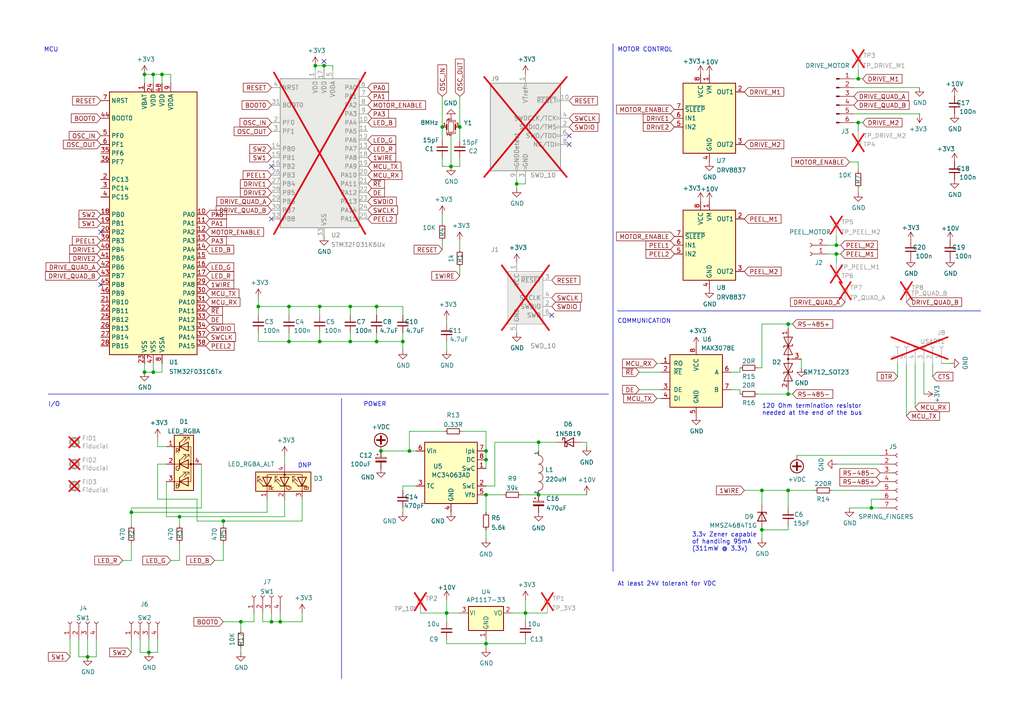
<source format=kicad_sch>
(kicad_sch (version 20231120) (generator "eeschema") (generator_version "8.0")
  (paper "A4")
  (title_block (title "LumenPnP Feeder Control Board") (rev "09") (company "Opulo, Inc."))
  (junction (at 110.49 130.81))
  (junction (at 129.54 177.8))
  (junction (at 41.91 107.95))
  (junction (at 25.4 190.5))
  (junction (at 93.98 19.05))
  (junction (at 83.82 88.9))
  (junction (at 156.21 128.27))
  (junction (at 228.6 114.3))
  (junction (at 220.98 142.24))
  (junction (at 116.84 99.06))
  (junction (at 118.745 130.81))
  (junction (at 78.74 180.34))
  (junction (at 248.92 22.86))
  (junction (at 44.45 107.95))
  (junction (at 128.27 36.83))
  (junction (at 46.99 21.59))
  (junction (at 92.71 88.9))
  (junction (at 133.35 36.83))
  (junction (at 41.91 21.59))
  (junction (at 242.57 71.12))
  (junction (at 140.97 133.35))
  (junction (at 156.21 143.51))
  (junction (at 109.22 88.9))
  (junction (at 64.77 151.13))
  (junction (at 38.1 148.59))
  (junction (at 220.98 153.67))
  (junction (at 109.22 99.06))
  (junction (at 152.4 177.8))
  (junction (at 91.44 19.05))
  (junction (at 101.6 88.9))
  (junction (at 69.85 180.34))
  (junction (at 149.86 53.34))
  (junction (at 74.93 88.9))
  (junction (at 101.6 99.06))
  (junction (at 130.81 48.26))
  (junction (at 242.57 73.66))
  (junction (at 248.92 35.56))
  (junction (at 81.28 180.34))
  (junction (at 228.6 93.98))
  (junction (at 228.6 142.24))
  (junction (at 252.73 147.32))
  (junction (at 43.18 189.23))
  (junction (at 92.71 99.06))
  (junction (at 83.82 99.06))
  (junction (at 140.97 143.51))
  (junction (at 140.97 130.81))
  (junction (at 44.45 21.59))
  (junction (at 52.07 149.86))
  (junction (at 140.97 186.69))
  (no_connect (at 29.21 82.55))
  (no_connect (at 165.1 41.91))
  (no_connect (at 78.74 48.26))
  (no_connect (at 29.21 67.31))
  (no_connect (at 165.1 39.37))
  (no_connect (at 93.98 17.78))
  (no_connect (at 78.74 63.5))
  (no_connect (at 160.02 91.44))
  (bus_entry (at -101.6 55.88) (size 2.54 2.54))
  (wire (pts (xy 247.65 35.56) (xy 248.92 35.56)))
  (wire (pts (xy 38.1 189.23) (xy 38.1 185.42)))
  (wire (pts (xy 220.98 106.68) (xy 220.98 93.98)))
  (wire (pts (xy 49.53 162.56) (xy 52.07 162.56)))
  (wire (pts (xy 41.91 105.41) (xy 41.91 107.95)))
  (wire (pts (xy 128.27 62.23) (xy 128.27 64.77)))
  (wire (pts (xy 248.92 54.61) (xy 248.92 55.88)))
  (wire (pts (xy 44.45 105.41) (xy 44.45 107.95)))
  (wire (pts (xy 129.54 186.69) (xy 129.54 185.42)))
  (wire (pts (xy 228.6 152.4) (xy 228.6 153.67)))
  (wire (pts (xy 101.6 88.9) (xy 101.6 91.44)))
  (wire (pts (xy 129.54 173.99) (xy 129.54 177.8)))
  (wire (pts (xy 140.97 186.69) (xy 129.54 186.69)))
  (wire (pts (xy 87.63 144.78) (xy 87.63 151.13)))
  (wire (pts (xy 149.86 53.34) (xy 149.86 52.07)))
  (wire (pts (xy 212.09 107.95) (xy 214.63 107.95)))
  (wire (pts (xy 83.82 88.9) (xy 83.82 91.44)))
  (wire (pts (xy 140.97 186.69) (xy 140.97 185.42)))
  (wire (pts (xy 74.93 96.52) (xy 74.93 99.06)))
  (wire (pts (xy 44.45 107.95) (xy 41.91 107.95)))
  (wire (pts (xy 242.57 73.66) (xy 243.84 73.66)))
  (wire (pts (xy 232.41 104.14) (xy 232.41 106.68)))
  (wire (pts (xy 220.98 142.24) (xy 220.98 146.05)))
  (wire (pts (xy 69.85 180.34) (xy 69.85 182.88)))
  (wire (pts (xy 38.1 148.59) (xy 38.1 152.4)))
  (wire (pts (xy 133.35 69.85) (xy 133.35 72.39)))
  (wire (pts (xy 133.35 48.26) (xy 130.81 48.26)))
  (wire (pts (xy 35.56 162.56) (xy 38.1 162.56)))
  (wire (pts (xy 133.985 125.095) (xy 140.97 125.095)))
  (wire (pts (xy 27.94 185.42) (xy 27.94 190.5)))
  (wire (pts (xy 212.09 113.03) (xy 214.63 113.03)))
  (wire (pts (xy 128.27 72.39) (xy 128.27 69.85)))
  (wire (pts (xy 92.71 88.9) (xy 83.82 88.9)))
  (wire (pts (xy 91.44 19.05) (xy 91.44 20.32)))
  (wire (pts (xy 57.15 151.13) (xy 64.77 151.13)))
  (wire (pts (xy 45.72 185.42) (xy 45.72 189.23)))
  (wire (pts (xy 76.2 177.8) (xy 76.2 180.34)))
  (wire (pts (xy 228.6 142.24) (xy 236.22 142.24)))
  (wire (pts (xy 219.71 106.68) (xy 220.98 106.68)))
  (wire (pts (xy 130.81 48.26) (xy 128.27 48.26)))
  (wire (pts (xy 140.97 187.96) (xy 140.97 186.69)))
  (wire (pts (xy 101.6 99.06) (xy 109.22 99.06)))
  (wire (pts (xy 273.05 105.41) (xy 275.59 105.41)))
  (wire (pts (xy 152.4 177.8) (xy 158.75 177.8)))
  (wire (pts (xy 77.47 148.59) (xy 38.1 148.59)))
  (wire (pts (xy 242.57 68.58) (xy 242.57 71.12)))
  (wire (pts (xy 64.77 151.13) (xy 64.77 152.4)))
  (wire (pts (xy 152.4 177.8) (xy 152.4 173.99)))
  (wire (pts (xy 27.94 190.5) (xy 25.4 190.5)))
  (wire (pts (xy 83.82 88.9) (xy 74.93 88.9)))
  (wire (pts (xy 118.745 130.81) (xy 120.65 130.81)))
  (wire (pts (xy 228.6 142.24) (xy 228.6 147.32)))
  (wire (pts (xy 156.21 128.27) (xy 161.29 128.27)))
  (wire (pts (xy 48.26 149.86) (xy 52.07 149.86)))
  (wire (pts (xy 74.93 88.9) (xy 74.93 91.44)))
  (wire (pts (xy 242.57 71.12) (xy 243.84 71.12)))
  (wire (pts (xy 241.3 142.24) (xy 255.27 142.24)))
  (wire (pts (xy 149.86 54.61) (xy 149.86 53.34)))
  (wire (pts (xy 214.63 113.03) (xy 214.63 114.3)))
  (wire (pts (xy 143.51 140.97) (xy 143.51 128.27)))
  (wire (pts (xy 248.92 49.53) (xy 248.92 46.99)))
  (wire (pts (xy 156.21 128.27) (xy 156.21 130.81)))
  (wire (pts (xy 82.55 132.08) (xy 82.55 134.62)))
  (wire (pts (xy 220.98 153.67) (xy 220.98 156.21)))
  (wire (pts (xy 120.65 140.97) (xy 116.84 140.97)))
  (wire (pts (xy 116.84 96.52) (xy 116.84 99.06)))
  (wire (pts (xy 116.84 88.9) (xy 109.22 88.9)))
  (wire (pts (xy 252.73 144.78) (xy 255.27 144.78)))
  (wire (pts (xy 190.5 115.57) (xy 191.77 115.57)))
  (wire (pts (xy 81.28 177.8) (xy 81.28 180.34)))
  (wire (pts (xy 22.86 190.5) (xy 25.4 190.5)))
  (wire (pts (xy 220.98 93.98) (xy 228.6 93.98)))
  (wire (pts (xy 45.72 144.78) (xy 57.15 144.78)))
  (wire (pts (xy 43.18 189.23) (xy 45.72 189.23)))
  (wire (pts (xy 140.97 140.97) (xy 143.51 140.97)))
  (wire (pts (xy 156.21 143.51) (xy 170.18 143.51)))
  (wire (pts (xy 252.73 147.32) (xy 255.27 147.32)))
  (wire (pts (xy 116.84 99.06) (xy 116.84 101.6)))
  (wire (pts (xy 133.35 40.64) (xy 133.35 36.83)))
  (wire (pts (xy 152.4 53.34) (xy 152.4 52.07)))
  (wire (pts (xy 262.89 105.41) (xy 262.89 120.65)))
  (wire (pts (xy 45.72 134.62) (xy 48.26 134.62)))
  (wire (pts (xy 40.64 189.23) (xy 43.18 189.23)))
  (wire (pts (xy 248.92 35.56) (xy 250.19 35.56)))
  (wire (pts (xy 52.07 149.86) (xy 52.07 152.4)))
  (wire (pts (xy 25.4 185.42) (xy 25.4 190.5)))
  (wire (pts (xy 140.97 143.51) (xy 146.05 143.51)))
  (wire (pts (xy 267.97 105.41) (xy 267.97 114.3)))
  (wire (pts (xy 57.15 144.78) (xy 57.15 151.13)))
  (wire (pts (xy 228.6 114.3) (xy 229.87 114.3)))
  (wire (pts (xy 38.1 147.32) (xy 58.42 147.32)))
  (wire (pts (xy 64.77 180.34) (xy 69.85 180.34)))
  (wire (pts (xy 46.99 107.95) (xy 44.45 107.95)))
  (wire (pts (xy 49.53 24.13) (xy 49.53 21.59)))
  (wire (pts (xy 93.98 19.05) (xy 93.98 20.32)))
  (wire (pts (xy 118.745 130.81) (xy 118.745 125.095)))
  (wire (pts (xy 109.22 99.06) (xy 116.84 99.06)))
  (wire (pts (xy 109.22 88.9) (xy 109.22 91.44)))
  (wire (pts (xy 228.6 153.67) (xy 220.98 153.67)))
  (wire (pts (xy 69.85 180.34) (xy 73.66 180.34)))
  (wire (pts (xy 128.27 36.83) (xy 128.27 40.64)))
  (wire (pts (xy 46.99 105.41) (xy 46.99 107.95)))
  (polyline (pts (xy 13.97 114.3) (xy 176.53 114.3)))
  (wire (pts (xy 215.9 142.24) (xy 220.98 142.24)))
  (wire (pts (xy 231.14 132.08) (xy 255.27 132.08)))
  (wire (pts (xy 152.4 186.69) (xy 140.97 186.69)))
  (wire (pts (xy 73.66 177.8) (xy 73.66 180.34)))
  (wire (pts (xy 240.03 73.66) (xy 242.57 73.66)))
  (wire (pts (xy 240.03 71.12) (xy 242.57 71.12)))
  (wire (pts (xy 265.43 105.41) (xy 265.43 118.11)))
  (wire (pts (xy 185.42 107.95) (xy 191.77 107.95)))
  (wire (pts (xy 228.6 93.98) (xy 228.6 95.25)))
  (wire (pts (xy 92.71 96.52) (xy 92.71 99.06)))
  (wire (pts (xy 46.99 21.59) (xy 46.99 24.13)))
  (wire (pts (xy 247.65 22.86) (xy 248.92 22.86)))
  (wire (pts (xy 101.6 88.9) (xy 92.71 88.9)))
  (wire (pts (xy 130.81 39.37) (xy 130.81 48.26)))
  (wire (pts (xy 149.86 53.34) (xy 152.4 53.34)))
  (wire (pts (xy 58.42 134.62) (xy 58.42 147.32)))
  (wire (pts (xy 116.84 147.32) (xy 116.84 148.59)))
  (wire (pts (xy 109.22 96.52) (xy 109.22 99.06)))
  (wire (pts (xy 78.74 180.34) (xy 81.28 180.34)))
  (wire (pts (xy 247.65 25.4) (xy 266.7 25.4)))
  (wire (pts (xy 129.54 177.8) (xy 129.54 180.34)))
  (wire (pts (xy 140.97 133.35) (xy 140.97 135.89)))
  (wire (pts (xy 92.71 99.06) (xy 101.6 99.06)))
  (wire (pts (xy 62.23 162.56) (xy 64.77 162.56)))
  (wire (pts (xy 92.71 88.9) (xy 92.71 91.44)))
  (wire (pts (xy 64.77 157.48) (xy 64.77 162.56)))
  (wire (pts (xy 82.55 149.86) (xy 52.07 149.86)))
  (polyline (pts (xy 179.07 90.17) (xy 284.48 90.17)))
  (wire (pts (xy 22.86 185.42) (xy 22.86 190.5)))
  (wire (pts (xy 74.93 99.06) (xy 83.82 99.06)))
  (wire (pts (xy 128.27 27.94) (xy 128.27 36.83)))
  (polyline (pts (xy 99.06 115.57) (xy 99.06 196.85)))
  (wire (pts (xy 52.07 157.48) (xy 52.07 162.56)))
  (wire (pts (xy 140.97 125.095) (xy 140.97 130.81)))
  (wire (pts (xy 87.63 151.13) (xy 64.77 151.13)))
  (wire (pts (xy 143.51 128.27) (xy 156.21 128.27)))
  (wire (pts (xy 48.26 139.7) (xy 48.26 149.86)))
  (wire (pts (xy 82.55 144.78) (xy 82.55 149.86)))
  (wire (pts (xy 242.57 73.66) (xy 242.57 76.2)))
  (wire (pts (xy 44.45 21.59) (xy 44.45 24.13)))
  (wire (pts (xy 87.63 177.8) (xy 87.63 180.34)))
  (wire (pts (xy 76.2 180.34) (xy 78.74 180.34)))
  (wire (pts (xy 219.71 114.3) (xy 228.6 114.3)))
  (wire (pts (xy 248.92 20.32) (xy 248.92 22.86)))
  (wire (pts (xy 96.52 20.32) (xy 96.52 19.05)))
  (wire (pts (xy 220.98 142.24) (xy 228.6 142.24)))
  (wire (pts (xy 40.64 185.42) (xy 40.64 189.23)))
  (wire (pts (xy 83.82 99.06) (xy 92.71 99.06)))
  (wire (pts (xy 41.91 21.59) (xy 41.91 24.13)))
  (wire (pts (xy 152.4 185.42) (xy 152.4 186.69)))
  (wire (pts (xy 170.18 128.27) (xy 170.18 129.54)))
  (wire (pts (xy 247.65 33.02) (xy 266.7 33.02)))
  (wire (pts (xy 45.72 144.78) (xy 45.72 134.62)))
  (wire (pts (xy 252.73 147.32) (xy 252.73 144.78)))
  (wire (pts (xy 129.54 92.71) (xy 129.54 93.98)))
  (wire (pts (xy 69.85 187.96) (xy 69.85 189.23)))
  (wire (pts (xy 128.27 48.26) (xy 128.27 45.72)))
  (wire (pts (xy 46.99 21.59) (xy 44.45 21.59)))
  (wire (pts (xy 133.35 80.01) (xy 133.35 77.47)))
  (wire (pts (xy 121.92 177.8) (xy 129.54 177.8)))
  (wire (pts (xy 140.97 153.67) (xy 140.97 156.21)))
  (wire (pts (xy 140.97 143.51) (xy 140.97 148.59)))
  (wire (pts (xy 49.53 21.59) (xy 46.99 21.59)))
  (wire (pts (xy 81.28 180.34) (xy 87.63 180.34)))
  (wire (pts (xy 168.91 128.27) (xy 170.18 128.27)))
  (wire (pts (xy 20.32 185.42) (xy 20.32 190.5)))
  (wire (pts (xy 214.63 106.68) (xy 214.63 107.95)))
  (wire (pts (xy 228.6 93.98) (xy 229.87 93.98)))
  (wire (pts (xy 152.4 177.8) (xy 152.4 180.34)))
  (wire (pts (xy 248.92 22.86) (xy 250.19 22.86)))
  (wire (pts (xy 78.74 177.8) (xy 78.74 180.34)))
  (wire (pts (xy 74.93 88.9) (xy 74.93 86.36)))
  (wire (pts (xy 151.13 143.51) (xy 156.21 143.51)))
  (wire (pts (xy 77.47 144.78) (xy 77.47 148.59)))
  (wire (pts (xy 43.18 185.42) (xy 43.18 189.23)))
  (wire (pts (xy 270.51 105.41) (xy 270.51 109.22)))
  (wire (pts (xy 190.5 105.41) (xy 191.77 105.41)))
  (wire (pts (xy 129.54 177.8) (xy 133.35 177.8)))
  (wire (pts (xy 91.44 19.05) (xy 93.98 19.05)))
  (wire (pts (xy 116.84 140.97) (xy 116.84 142.24)))
  (wire (pts (xy 93.98 19.05) (xy 96.52 19.05)))
  (wire (pts (xy 129.54 99.06) (xy 129.54 101.6)))
  (wire (pts (xy 38.1 147.32) (xy 38.1 148.59)))
  (wire (pts (xy 44.45 21.59) (xy 41.91 21.59)))
  (wire (pts (xy 45.72 129.54) (xy 45.72 127)))
  (wire (pts (xy 109.22 88.9) (xy 101.6 88.9)))
  (polyline (pts (xy 177.8 165.735) (xy 177.8 12.7)))
  (wire (pts (xy 248.92 35.56) (xy 248.92 38.1)))
  (wire (pts (xy 133.35 48.26) (xy 133.35 45.72)))
  (wire (pts (xy 118.745 125.095) (xy 128.905 125.095)))
  (wire (pts (xy 248.92 46.99) (xy 246.38 46.99)))
  (wire (pts (xy 116.84 91.44) (xy 116.84 88.9)))
  (wire (pts (xy 242.57 134.62) (xy 255.27 134.62)))
  (wire (pts (xy 38.1 157.48) (xy 38.1 162.56)))
  (wire (pts (xy 260.35 105.41) (xy 260.35 109.22)))
  (wire (pts (xy 140.97 130.81) (xy 140.97 133.35)))
  (wire (pts (xy 133.35 36.83) (xy 133.35 27.94)))
  (wire (pts (xy 228.6 113.03) (xy 228.6 114.3)))
  (wire (pts (xy 148.59 177.8) (xy 152.4 177.8)))
  (wire (pts (xy 45.72 129.54) (xy 48.26 129.54)))
  (wire (pts (xy 110.49 130.81) (xy 118.745 130.81)))
  (wire (pts (xy 101.6 96.52) (xy 101.6 99.06)))
  (wire (pts (xy 83.82 96.52) (xy 83.82 99.06)))
  (wire (pts (xy 246.38 147.32) (xy 252.73 147.32)))
  (wire (pts (xy 185.42 113.03) (xy 191.77 113.03)))
  (text "I/O" (at 13.97 118.11 0) (effects (font (size 1.27 1.27)) (justify left bottom)))
  (text "DNP" (at 86.36 135.89 0) (effects (font (size 1.27 1.27)) (justify left bottom)))
  (text "COMMUNICATION" (at 179.07 93.98 0) (effects (font (size 1.27 1.27)) (justify left bottom)))
  (text "MOTOR CONTROL" (at 179.07 15.24 0) (effects (font (size 1.27 1.27)) (justify left bottom)))
  (text "POWER" (at 105.41 118.11 0) (effects (font (size 1.27 1.27)) (justify left bottom)))
  (text "3.3v Zener capable\nof handling 95mA \n(311mW @ 3.3v)" (at 200.66 160.02 0) (effects (font (size 1.27 1.27)) (justify left bottom)))
  (text "At least 24V tolerant for VDC\n" (at 179.07 170.18 0) (effects (font (size 1.27 1.27)) (justify left bottom)))
  (text "MCU" (at 12.7 15.24 0) (effects (font (size 1.27 1.27)) (justify left bottom)))
  (text "120 Ohm termination resistor\nneeded at the end of the bus" (at 220.98 120.65 0) (effects (font (size 1.27 1.27)) (justify left bottom)))
  (global_label "RESET" (shape input) (at 128.27 72.39 180) (property "Intersheetrefs" "${INTERSHEET_REFS}" (effects (hide yes))))
  (global_label "1WIRE" (shape input) (at 215.9 142.24 180) (property "Intersheetrefs" "${INTERSHEET_REFS}" (effects (hide yes))))
  (global_label "SWDIO" (shape input) (at 59.69 95.25 0) (property "Intersheetrefs" "${INTERSHEET_REFS}" (effects (hide yes))))
  (global_label "LED_R" (shape input) (at 35.56 162.56 180) (property "Intersheetrefs" "${INTERSHEET_REFS}" (effects (hide yes))))
  (global_label "LED_G" (shape input) (at 106.68 40.64 0) (property "Intersheetrefs" "${INTERSHEET_REFS}" (effects (hide yes))))
  (global_label "LED_R" (shape input) (at 59.69 80.01 0) (property "Intersheetrefs" "${INTERSHEET_REFS}" (effects (hide yes))))
  (global_label "MOTOR_ENABLE" (shape input) (at 59.69 67.31 0) (property "Intersheetrefs" "${INTERSHEET_REFS}" (effects (hide yes))))
  (global_label "BOOT0" (shape input) (at 64.77 180.34 180) (property "Intersheetrefs" "${INTERSHEET_REFS}" (effects (hide yes))))
  (global_label "SWCLK" (shape input) (at 160.02 86.36 0) (property "Intersheetrefs" "${INTERSHEET_REFS}" (effects (hide yes))))
  (global_label "PEEL_M1" (shape input) (at 243.84 73.66 0) (property "Intersheetrefs" "${INTERSHEET_REFS}" (effects (hide yes))))
  (global_label "OSC_IN" (shape input) (at 29.21 39.37 180) (property "Intersheetrefs" "${INTERSHEET_REFS}" (effects (hide yes))))
  (global_label "LED_R" (shape input) (at 106.68 43.18 0) (property "Intersheetrefs" "${INTERSHEET_REFS}" (effects (hide yes))))
  (global_label "PA1" (shape input) (at 106.68 27.94 0) (property "Intersheetrefs" "${INTERSHEET_REFS}" (effects (hide yes))))
  (global_label "MCU_TX" (shape input) (at 190.5 115.57 180) (property "Intersheetrefs" "${INTERSHEET_REFS}" (effects (hide yes))))
  (global_label "1WIRE" (shape input) (at 106.68 45.72 0) (property "Intersheetrefs" "${INTERSHEET_REFS}" (effects (hide yes))))
  (global_label "DRIVE2" (shape input) (at 29.21 74.93 180) (property "Intersheetrefs" "${INTERSHEET_REFS}" (effects (hide yes))))
  (global_label "RS-485-" (shape input) (at 229.87 114.3 0) (property "Intersheetrefs" "${INTERSHEET_REFS}" (effects (hide yes))))
  (global_label "SWDIO" (shape input) (at 106.68 58.42 0) (property "Intersheetrefs" "${INTERSHEET_REFS}" (effects (hide yes))))
  (global_label "SW1" (shape input) (at 78.74 45.72 180) (property "Intersheetrefs" "${INTERSHEET_REFS}" (effects (hide yes))))
  (global_label "OSC_OUT" (shape input) (at 133.35 27.94 90) (property "Intersheetrefs" "${INTERSHEET_REFS}" (effects (hide yes))))
  (global_label "PA1" (shape input) (at 59.69 64.77 0) (property "Intersheetrefs" "${INTERSHEET_REFS}" (effects (hide yes))))
  (global_label "DRIVE_M2" (shape input) (at 215.9 41.91 0) (property "Intersheetrefs" "${INTERSHEET_REFS}" (effects (hide yes))))
  (global_label "SW1" (shape input) (at 29.21 64.77 180) (property "Intersheetrefs" "${INTERSHEET_REFS}" (effects (hide yes))))
  (global_label "MCU_TX" (shape input) (at 262.89 120.65 0) (property "Intersheetrefs" "${INTERSHEET_REFS}" (effects (hide yes))))
  (global_label "LED_B" (shape input) (at 62.23 162.56 180) (property "Intersheetrefs" "${INTERSHEET_REFS}" (effects (hide yes))))
  (global_label "DRIVE_QUAD_B" (shape input) (at 29.21 80.01 180) (property "Intersheetrefs" "${INTERSHEET_REFS}" (effects (hide yes))))
  (global_label "DRIVE1" (shape input) (at 78.74 53.34 180) (property "Intersheetrefs" "${INTERSHEET_REFS}" (effects (hide yes))))
  (global_label "DTR" (shape input) (at 260.35 109.22 180) (property "Intersheetrefs" "${INTERSHEET_REFS}" (effects (hide yes))))
  (global_label "PEEL1" (shape input) (at 78.74 50.8 180) (property "Intersheetrefs" "${INTERSHEET_REFS}" (effects (hide yes))))
  (global_label "MCU_RX" (shape input) (at 106.68 50.8 0) (property "Intersheetrefs" "${INTERSHEET_REFS}" (effects (hide yes))))
  (global_label "DRIVE_QUAD_A" (shape input) (at 245.11 87.63 180) (property "Intersheetrefs" "${INTERSHEET_REFS}" (effects (hide yes))))
  (global_label "SWDIO" (shape input) (at 160.02 88.9 0) (property "Intersheetrefs" "${INTERSHEET_REFS}" (effects (hide yes))))
  (global_label "PEEL1" (shape input) (at 29.21 69.85 180) (property "Intersheetrefs" "${INTERSHEET_REFS}" (effects (hide yes))))
  (global_label "SW2" (shape input) (at 78.74 43.18 180) (property "Intersheetrefs" "${INTERSHEET_REFS}" (effects (hide yes))))
  (global_label "DRIVE_M2" (shape input) (at 250.19 35.56 0) (property "Intersheetrefs" "${INTERSHEET_REFS}" (effects (hide yes))))
  (global_label "DE" (shape input) (at 106.68 55.88 0) (property "Intersheetrefs" "${INTERSHEET_REFS}" (effects (hide yes))))
  (global_label "LED_B" (shape input) (at 59.69 72.39 0) (property "Intersheetrefs" "${INTERSHEET_REFS}" (effects (hide yes))))
  (global_label "DRIVE_QUAD_A" (shape input) (at 78.74 58.42 180) (property "Intersheetrefs" "${INTERSHEET_REFS}" (effects (hide yes))))
  (global_label "BOOT0" (shape input) (at 78.74 30.48 180) (property "Intersheetrefs" "${INTERSHEET_REFS}" (effects (hide yes))))
  (global_label "MCU_RX" (shape input) (at 265.43 118.11 0) (property "Intersheetrefs" "${INTERSHEET_REFS}" (effects (hide yes))))
  (global_label "MCU_RX" (shape input) (at 59.69 87.63 0) (property "Intersheetrefs" "${INTERSHEET_REFS}" (effects (hide yes))))
  (global_label "DRIVE_QUAD_B" (shape input) (at 262.89 87.63 0) (property "Intersheetrefs" "${INTERSHEET_REFS}" (effects (hide yes))))
  (global_label "MCU_TX" (shape input) (at 106.68 48.26 0) (property "Intersheetrefs" "${INTERSHEET_REFS}" (effects (hide yes))))
  (global_label "PA0" (shape input) (at 59.69 62.23 0) (property "Intersheetrefs" "${INTERSHEET_REFS}" (effects (hide yes))))
  (global_label "DRIVE1" (shape input) (at 29.21 72.39 180) (property "Intersheetrefs" "${INTERSHEET_REFS}" (effects (hide yes))))
  (global_label "CTS" (shape input) (at 270.51 109.22 0) (property "Intersheetrefs" "${INTERSHEET_REFS}" (effects (hide yes))))
  (global_label "~{RE}" (shape input) (at 59.69 90.17 0) (property "Intersheetrefs" "${INTERSHEET_REFS}" (effects (hide yes))))
  (global_label "SWDIO" (shape input) (at 165.1 36.83 0) (property "Intersheetrefs" "${INTERSHEET_REFS}" (effects (hide yes))))
  (global_label "1WIRE" (shape input) (at 133.35 80.01 180) (property "Intersheetrefs" "${INTERSHEET_REFS}" (effects (hide yes))))
  (global_label "PA0" (shape input) (at 106.68 25.4 0) (property "Intersheetrefs" "${INTERSHEET_REFS}" (effects (hide yes))))
  (global_label "OSC_IN" (shape input) (at 128.27 27.94 90) (property "Intersheetrefs" "${INTERSHEET_REFS}" (effects (hide yes))))
  (global_label "LED_G" (shape input) (at 49.53 162.56 180) (property "Intersheetrefs" "${INTERSHEET_REFS}" (effects (hide yes))))
  (global_label "DRIVE_QUAD_B" (shape input) (at 78.74 60.96 180) (property "Intersheetrefs" "${INTERSHEET_REFS}" (effects (hide yes))))
  (global_label "OSC_OUT" (shape input) (at 29.21 41.91 180) (property "Intersheetrefs" "${INTERSHEET_REFS}" (effects (hide yes))))
  (global_label "DRIVE_M1" (shape input) (at 250.19 22.86 0) (property "Intersheetrefs" "${INTERSHEET_REFS}" (effects (hide yes))))
  (global_label "MCU_RX" (shape input) (at 190.5 105.41 180) (property "Intersheetrefs" "${INTERSHEET_REFS}" (effects (hide yes))))
  (global_label "BOOT0" (shape input) (at 29.21 34.29 180) (property "Intersheetrefs" "${INTERSHEET_REFS}" (effects (hide yes))))
  (global_label "RESET" (shape input) (at 160.02 81.28 0) (property "Intersheetrefs" "${INTERSHEET_REFS}" (effects (hide yes))))
  (global_label "SWCLK" (shape input) (at 106.68 60.96 0) (property "Intersheetrefs" "${INTERSHEET_REFS}" (effects (hide yes))))
  (global_label "MOTOR_ENABLE" (shape input) (at 195.58 31.75 180) (property "Intersheetrefs" "${INTERSHEET_REFS}" (effects (hide yes))))
  (global_label "RESET" (shape input) (at 165.1 29.21 0) (property "Intersheetrefs" "${INTERSHEET_REFS}" (effects (hide yes))))
  (global_label "DRIVE_M1" (shape input) (at 215.9 26.67 0) (property "Intersheetrefs" "${INTERSHEET_REFS}" (effects (hide yes))))
  (global_label "~{RE}" (shape input) (at 185.42 107.95 180) (property "Intersheetrefs" "${INTERSHEET_REFS}" (effects (hide yes))))
  (global_label "PA3" (shape input) (at 59.69 69.85 0) (property "Intersheetrefs" "${INTERSHEET_REFS}" (effects (hide yes))))
  (global_label "PEEL_M2" (shape input) (at 215.9 78.74 0) (property "Intersheetrefs" "${INTERSHEET_REFS}" (effects (hide yes))))
  (global_label "DRIVE_QUAD_B" (shape input) (at 247.65 30.48 0) (property "Intersheetrefs" "${INTERSHEET_REFS}" (effects (hide yes))))
  (global_label "SW2" (shape input) (at 38.1 189.23 180) (property "Intersheetrefs" "${INTERSHEET_REFS}" (effects (hide yes))))
  (global_label "LED_G" (shape input) (at 59.69 77.47 0) (property "Intersheetrefs" "${INTERSHEET_REFS}" (effects (hide yes))))
  (global_label "PEEL1" (shape input) (at 195.58 71.12 180) (property "Intersheetrefs" "${INTERSHEET_REFS}" (effects (hide yes))))
  (global_label "DRIVE2" (shape input) (at 195.58 36.83 180) (property "Intersheetrefs" "${INTERSHEET_REFS}" (effects (hide yes))))
  (global_label "SWCLK" (shape input) (at 59.69 97.79 0) (property "Intersheetrefs" "${INTERSHEET_REFS}" (effects (hide yes))))
  (global_label "PEEL2" (shape input) (at 106.68 63.5 0) (property "Intersheetrefs" "${INTERSHEET_REFS}" (effects (hide yes))))
  (global_label "DRIVE_QUAD_A" (shape input) (at 247.65 27.94 0) (property "Intersheetrefs" "${INTERSHEET_REFS}" (effects (hide yes))))
  (global_label "SW2" (shape input) (at 29.21 62.23 180) (property "Intersheetrefs" "${INTERSHEET_REFS}" (effects (hide yes))))
  (global_label "PA3" (shape input) (at 106.68 33.02 0) (property "Intersheetrefs" "${INTERSHEET_REFS}" (effects (hide yes))))
  (global_label "1WIRE" (shape input) (at 59.69 82.55 0) (property "Intersheetrefs" "${INTERSHEET_REFS}" (effects (hide yes))))
  (global_label "DRIVE2" (shape input) (at 78.74 55.88 180) (property "Intersheetrefs" "${INTERSHEET_REFS}" (effects (hide yes))))
  (global_label "SW1" (shape input) (at 20.32 190.5 180) (property "Intersheetrefs" "${INTERSHEET_REFS}" (effects (hide yes))))
  (global_label "DRIVE1" (shape input) (at 195.58 34.29 180) (property "Intersheetrefs" "${INTERSHEET_REFS}" (effects (hide yes))))
  (global_label "OSC_OUT" (shape input) (at 78.74 38.1 180) (property "Intersheetrefs" "${INTERSHEET_REFS}" (effects (hide yes))))
  (global_label "PEEL2" (shape input) (at 195.58 73.66 180) (property "Intersheetrefs" "${INTERSHEET_REFS}" (effects (hide yes))))
  (global_label "LED_B" (shape input) (at 106.68 35.56 0) (property "Intersheetrefs" "${INTERSHEET_REFS}" (effects (hide yes))))
  (global_label "OSC_IN" (shape input) (at 78.74 35.56 180) (property "Intersheetrefs" "${INTERSHEET_REFS}" (effects (hide yes))))
  (global_label "DRIVE_QUAD_A" (shape input) (at 29.21 77.47 180) (property "Intersheetrefs" "${INTERSHEET_REFS}" (effects (hide yes))))
  (global_label "SWCLK" (shape input) (at 165.1 34.29 0) (property "Intersheetrefs" "${INTERSHEET_REFS}" (effects (hide yes))))
  (global_label "RESET" (shape input) (at 78.74 25.4 180) (property "Intersheetrefs" "${INTERSHEET_REFS}" (effects (hide yes))))
  (global_label "DE" (shape input) (at 185.42 113.03 180) (property "Intersheetrefs" "${INTERSHEET_REFS}" (effects (hide yes))))
  (global_label "MOTOR_ENABLE" (shape input) (at 246.38 46.99 180) (property "Intersheetrefs" "${INTERSHEET_REFS}" (effects (hide yes))))
  (global_label "RS-485+" (shape input) (at 255.27 139.7 180) (property "Intersheetrefs" "${INTERSHEET_REFS}" (effects (hide yes))))
  (global_label "RS-485+" (shape input) (at 229.87 93.98 0) (property "Intersheetrefs" "${INTERSHEET_REFS}" (effects (hide yes))))
  (global_label "RS-485-" (shape input) (at 255.27 137.16 180) (property "Intersheetrefs" "${INTERSHEET_REFS}" (effects (hide yes))))
  (global_label "MCU_TX" (shape input) (at 59.69 85.09 0) (property "Intersheetrefs" "${INTERSHEET_REFS}" (effects (hide yes))))
  (global_label "PEEL_M1" (shape input) (at 215.9 63.5 0) (property "Intersheetrefs" "${INTERSHEET_REFS}" (effects (hide yes))))
  (global_label "~{RE}" (shape input) (at 106.68 53.34 0) (property "Intersheetrefs" "${INTERSHEET_REFS}" (effects (hide yes))))
  (global_label "PEEL2" (shape input) (at 59.69 100.33 0) (property "Intersheetrefs" "${INTERSHEET_REFS}" (effects (hide yes))))
  (global_label "MOTOR_ENABLE" (shape input) (at 106.68 30.48 0) (property "Intersheetrefs" "${INTERSHEET_REFS}" (effects (hide yes))))
  (global_label "MOTOR_ENABLE" (shape input) (at 195.58 68.58 180) (property "Intersheetrefs" "${INTERSHEET_REFS}" (effects (hide yes))))
  (global_label "PEEL_M2" (shape input) (at 243.84 71.12 0) (property "Intersheetrefs" "${INTERSHEET_REFS}" (effects (hide yes))))
  (global_label "DE" (shape input) (at 59.69 92.71 0) (property "Intersheetrefs" "${INTERSHEET_REFS}" (effects (hide yes))))
  (global_label "RESET" (shape input) (at 29.21 29.21 180) (property "Intersheetrefs" "${INTERSHEET_REFS}" (effects (hide yes))))
  (symbol (lib_id "Device:R_Small") (at 52.07 154.94 180) (unit 1)
    (property "Reference" "R3" (at 52.07 154.94 90))
    (property "Value" "470" (at 49.53 154.94 90))
    (property "Footprint" "Resistor_SMD:R_0805_2012Metric" (effects (hide yes)))
    (property "Description" "470 1/8w ±5%" (effects (hide yes)))
    (property "LCSC" "C119076" (effects (hide yes)))
    (property "DigiKey" "311-470ARCT-ND" (effects (hide yes)))
    (property "Mouser" "603-RC0805JR-07470RL" (effects (hide yes)))
  )
  (symbol (lib_id "power:GND") (at 43.18 189.23 0) (unit 1)
    (property "Reference" "#PWR019" (effects (hide yes)))
    (property "Value" "GND" (at 43.307 193.6242 0))
  )
  (symbol (lib_id "power:GND") (at 149.86 96.52 0) (unit 1)
    (property "Reference" "#PWR04" (effects (hide yes)))
    (property "Value" "GND" (at 149.987 100.9142 0))
  )
  (symbol (lib_id "power:+3V3") (at 149.86 76.2 0) (unit 1)
    (property "Reference" "#PWR05" (effects (hide yes)))
    (property "Value" "+3V3" (at 150.241 71.8058 0))
  )
  (symbol (lib_id "Device:C_Small") (at 128.27 43.18 0) (unit 1)
    (property "Reference" "C1" (at 123.19 43.18 0) (effects (justify left)))
    (property "Value" "15pF" (at 122.555 40.64 0) (effects (justify left)))
    (property "Footprint" "Capacitor_SMD:C_0805_2012Metric" (effects (hide yes)))
    (property "Description" "15pF C0G ±1%" (effects (hide yes)))
    (property "LCSC" "C527077" (effects (hide yes)))
    (property "DigiKey" "311-4165-1-ND" (effects (hide yes)))
    (property "Mouser" "603-CC805FRNPO9BN150" (effects (hide yes)))
    (property "Notes" "WARNING: old LCSC C476766 is 100nf cap" (effects (hide yes)))
  )
  (symbol (lib_id "Device:C_Small") (at 133.35 43.18 0) (unit 1)
    (property "Reference" "C2" (at 135.89 43.815 0) (effects (justify left)))
    (property "Value" "15pF" (at 133.985 41.275 0) (effects (justify left)))
    (property "Footprint" "Capacitor_SMD:C_0805_2012Metric" (effects (hide yes)))
    (property "Description" "15pF C0G ±1%" (effects (hide yes)))
    (property "LCSC" "C527077" (effects (hide yes)))
    (property "DigiKey" "311-4165-1-ND" (effects (hide yes)))
    (property "Mouser" "603-CC805FRNPO9BN150" (effects (hide yes)))
    (property "Notes" "WARNING: old LCSC C476766 is 100nf cap" (effects (hide yes)))
  )
  (symbol (lib_id "power:GND") (at 130.81 48.26 0) (unit 1)
    (property "Reference" "#PWR09" (effects (hide yes)))
    (property "Value" "GND" (at 130.937 52.6542 0))
  )
  (symbol (lib_id "Connector:Conn_ARM_SWD_TagConnect_TC2030") (at 152.4 86.36 0) (unit 1) (in_bom no) (dnp yes)
    (property "Reference" "J1" (at 144.78 72.39 0) (effects (justify right)))
    (property "Value" "SWD_10" (at 161.29 100.33 0) (effects (justify right)))
    (property "Footprint" "Connector:Tag-Connect_TC2030-IDC-FP_2x03_P1.27mm_Vertical" (effects (hide yes)))
    (property "Datasheet" "https://www.tag-connect.com/wp-content/uploads/bsk-pdf-manager/TC2030-CTX_1.pdf" (effects (hide yes)))
    (property "Description" "Tag-Connect ARM Cortex SWD JTAG connector, 6 pin" (effects (hide yes)))
    (property "Notes" "WARNING: Is there room in the model for this" (effects (hide yes)))
  )
  (symbol (lib_id "Device:R_Small") (at 38.1 154.94 180) (unit 1)
    (property "Reference" "R2" (at 38.1 154.94 90))
    (property "Value" "470" (at 35.56 154.94 90))
    (property "Footprint" "Resistor_SMD:R_0805_2012Metric" (effects (hide yes)))
    (property "Description" "470 1/8w ±5%" (effects (hide yes)))
    (property "LCSC" "C119076" (effects (hide yes)))
    (property "DigiKey" "311-470ARCT-ND" (effects (hide yes)))
    (property "Mouser" "603-RC0805JR-07470RL" (effects (hide yes)))
  )
  (symbol (lib_id "power:+3V3") (at 45.72 127 0) (unit 1)
    (property "Reference" "#PWR06" (effects (hide yes)))
    (property "Value" "+3V3" (at 46.101 122.6058 0))
  )
  (symbol (lib_id "Device:Crystal_GND24_Small") (at 130.81 36.83 0) (unit 1)
    (property "Reference" "Y1" (at 134.4676 35.6616 0) (effects (justify left)))
    (property "Value" "8MHz" (at 121.92 35.56 0) (effects (justify left)))
    (property "Footprint" "Crystal:Crystal_SMD_3225-4Pin_3.2x2.5mm_HandSoldering" (effects (hide yes)))
    (property "Description" "8MHz Crystal" (effects (hide yes)))
    (property "LCSC" "C5308002" (effects (hide yes)))
    (property "DigiKey" "50-ECS-80-18-33Q-CES-TRCT-ND" (effects (hide yes)))
    (property "Mouser" "520-80-18-33Q-CES-TR" (effects (hide yes)))
  )
  (symbol (lib_id "Mechanical:Fiducial") (at 21.59 128.27 0) (unit 1) (dnp yes)
    (property "Reference" "FID1" (at 23.749 127.1016 0) (effects (justify left)))
    (property "Value" "Fiducial" (at 23.749 129.413 0) (effects (justify left)))
    (property "Footprint" "Fiducial:Fiducial_1mm_Mask2mm" (effects (hide yes)))
  )
  (symbol (lib_id "Mechanical:Fiducial") (at 21.59 134.62 0) (unit 1) (dnp yes)
    (property "Reference" "FID2" (at 23.749 133.4516 0) (effects (justify left)))
    (property "Value" "Fiducial" (at 23.749 135.763 0) (effects (justify left)))
    (property "Footprint" "Fiducial:Fiducial_1mm_Mask2mm" (effects (hide yes)))
  )
  (symbol (lib_id "Mechanical:Fiducial") (at 21.59 140.97 0) (unit 1) (dnp yes)
    (property "Reference" "FID3" (at 23.749 139.8016 0) (effects (justify left)))
    (property "Value" "Fiducial" (at 23.749 142.113 0) (effects (justify left)))
    (property "Footprint" "Fiducial:Fiducial_1mm_Mask2mm" (effects (hide yes)))
  )
  (symbol (lib_id "Device:R_Small") (at 64.77 154.94 180) (unit 1)
    (property "Reference" "R5" (at 64.77 154.94 90))
    (property "Value" "470" (at 62.23 154.94 90))
    (property "Footprint" "Resistor_SMD:R_0805_2012Metric" (effects (hide yes)))
    (property "Description" "470 1/8w ±5%" (effects (hide yes)))
    (property "LCSC" "C119076" (effects (hide yes)))
    (property "DigiKey" "311-470ARCT-ND" (effects (hide yes)))
    (property "Mouser" "603-RC0805JR-07470RL" (effects (hide yes)))
  )
  (symbol (lib_id "power:GND") (at 130.81 34.29 180) (unit 1)
    (property "Reference" "#PWR0124" (effects (hide yes)))
    (property "Value" "GND" (at 130.683 29.8958 0))
  )
  (symbol (lib_id "Regulator_Linear:AP1117-33") (at 140.97 177.8 0) (unit 1)
    (property "Reference" "U4" (at 140.97 171.6532 0))
    (property "Value" "AP1117-33" (at 140.97 173.9646 0))
    (property "Footprint" "Package_TO_SOT_SMD:SOT-223-3_TabPin2" (effects (hide yes)))
    (property "Datasheet" "http://www.diodes.com/datasheets/AP1117.pdf" (effects (hide yes)))
    (property "Description" "3.3V@1A LDO" (effects (hide yes)))
    (property "LCSC" "C5250992" (effects (hide yes)))
    (property "DigiKey" "AZ1117CH-3.3TRG1DICT-ND" (effects (hide yes)))
    (property "Mouser" "621-AZ1117CH-3.3TRG1" (effects (hide yes)))
  )
  (symbol (lib_id "Device:R_Small") (at 133.35 74.93 180) (unit 1)
    (property "Reference" "R1" (at 133.35 74.93 90))
    (property "Value" "1k" (at 130.81 74.93 90))
    (property "Footprint" "Resistor_SMD:R_0805_2012Metric" (effects (hide yes)))
    (property "Description" "1k 1/8w ±5%" (effects (hide yes)))
    (property "LCSC" "C17513" (effects (hide yes)))
    (property "DigiKey" "YAG1240CT-ND" (effects (hide yes)))
    (property "Mouser" "603-RT0805FRE071KL" (effects (hide yes)))
  )
  (symbol (lib_id "power:GND") (at 140.97 156.21 0) (unit 1)
    (property "Reference" "#PWR0117" (effects (hide yes)))
    (property "Value" "GND" (at 140.97 160.7725 0))
  )
  (symbol (lib_id "Diode:SM712_SOT23") (at 228.6 104.14 90) (mirror x) (unit 1)
    (property "Reference" "D2" (at 226.5934 105.0485 90) (effects (justify left)))
    (property "Value" "SM712_SOT23" (at 246.38 107.95 90) (effects (justify left)))
    (property "Footprint" "Package_TO_SOT_SMD:SOT-23" (effects (hide yes)))
    (property "Datasheet" "https://www.littelfuse.com/~/media/electronics/datasheets/tvs_diode_arrays/littelfuse_tvs_diode_array_sm712_datasheet.pdf.pdf" (effects (hide yes)))
    (property "Description" "ESD/TVS Diode" (effects (hide yes)))
    (property "LCSC" "C521963" (effects (hide yes)))
    (property "DigiKey" "F6450CT-ND" (effects (hide yes)))
    (property "Mouser" "576-SM712-02HTG" (effects (hide yes)))
    (property "Notes" "WARNING: old LCSC Part # didn't exist" (effects (hide yes)))
  )
  (symbol (lib_id "power:GND") (at 220.98 156.21 0) (unit 1)
    (property "Reference" "#PWR0139" (effects (hide yes)))
    (property "Value" "GND" (at 221.107 160.6042 0))
  )
  (symbol (lib_id "Device:R_Small") (at 217.17 106.68 90) (unit 1)
    (property "Reference" "R15" (at 217.17 109.22 90))
    (property "Value" "20R" (at 217.17 104.752 90))
    (property "Footprint" "Resistor_SMD:R_0805_2012Metric" (effects (hide yes)))
    (property "Description" "20 1/8w ±5%" (effects (hide yes)))
    (property "DigiKey" "311-20.0CRCT-ND" (effects (hide yes)))
    (property "LCSC" "C17544" (effects (hide yes)))
    (property "Mouser" "603-RC0805FR-0720RL" (effects (hide yes)))
  )
  (symbol (lib_id "power:GND") (at 93.98 68.58 0) (unit 1)
    (property "Reference" "#PWR0132" (effects (hide yes)))
    (property "Value" "GND" (at 94.107 72.9742 0))
  )
  (symbol (lib_id "power:GND") (at 116.84 148.59 0) (unit 1)
    (property "Reference" "#PWR0101" (effects (hide yes)))
    (property "Value" "GND" (at 113.03 151.13 0))
  )
  (symbol (lib_id "power:+10V") (at 205.74 21.59 0) (unit 1)
    (property "Reference" "#PWR0104" (effects (hide yes)))
    (property "Value" "+10V" (at 205.74 17.9855 0))
  )
  (symbol (lib_id "Connector:TestPoint") (at 262.89 87.63 0) (unit 1) (dnp yes)
    (property "Reference" "TP8" (at 264.287 83.4195 0) (effects (justify left)))
    (property "Value" "TP_QUAD_B" (at 264.16 85.09 0) (effects (justify left)))
    (property "Footprint" "TestPoint:TestPoint_Pad_D2.0mm" (effects (hide yes)))
  )
  (symbol (lib_id "Interface_UART:MAX3078E") (at 201.93 110.49 0) (unit 1)
    (property "Reference" "U6" (at 205.105 98.425 0))
    (property "Value" "MAX3078E" (at 208.28 100.965 0))
    (property "Footprint" "Package_SO:SOIC-8_3.9x4.9mm_P1.27mm" (effects (hide yes)))
    (property "Datasheet" "https://datasheets.maximintegrated.com/en/ds/MAX3070E-MAX3079E.pdf" (effects (hide yes)))
    (property "Description" "RS485 Transceiver" (effects (hide yes)))
    (property "LCSC" "C336020" (effects (hide yes)))
    (property "DigiKey" "MAX3078EESA+TCT-ND" (effects (hide yes)))
    (property "Mouser" "700-MAX3077EESAT" (effects (hide yes)))
  )
  (symbol (lib_id "Connector:Conn_ARM_JTAG_SWD_10") (at 152.4 36.83 0) (unit 1) (in_bom no) (dnp yes)
    (property "Reference" "J9" (at 144.78 22.86 0) (effects (justify right)))
    (property "Value" "SWD_10" (at 161.29 50.8 0) (effects (justify right)))
    (property "Footprint" "Connector_PinHeader_1.27mm:PinHeader_2x05_P1.27mm_Vertical_SMD" (effects (hide yes)))
    (property "Datasheet" "http://infocenter.arm.com/help/topic/com.arm.doc.ddi0314h/DDI0314H_coresight_components_trm.pdf" (effects (hide yes)))
    (property "Description" "2x5p 1.27mm Pogo" (effects (hide yes)))
    (property "Notes" "Adafruit 5434 compatible" (effects (hide yes)))
    (property "DigiKey" "1528-5434-ND" (effects (hide yes)))
    (property "Mouser" "485-5434" (effects (hide yes)))
  )
  (symbol (lib_id "power:+3V3") (at 133.35 69.85 0) (unit 1)
    (property "Reference" "#PWR0119" (effects (hide yes)))
    (property "Value" "+3V3" (at 133.731 65.4558 0))
  )
  (symbol (lib_id "Connector:Conn_01x04_Female") (at 76.2 172.72 90) (unit 1)
    (property "Reference" "J7" (at 77.47 168.8043 90))
    (property "Value" "SW1" (at 77.47 171.5794 90))
    (property "Footprint" "feeder:1TS003B-1400-3500A-CT" (effects (hide yes)))
    (property "Description" "SPST Right-Angle Tactile Switch" (effects (hide yes)))
    (property "LCSC" "C319392" (effects (hide yes)))
  )
  (symbol (lib_id "Device:C_Small") (at 109.22 93.98 180) (unit 1)
    (property "Reference" "C8" (at 113.665 93.345 0) (effects (justify left)))
    (property "Value" "4.7uF" (at 115.57 95.885 0) (effects (justify left)))
    (property "Footprint" "Capacitor_SMD:C_0805_2012Metric" (effects (hide yes)))
    (property "LCSC" "C1779" (effects (hide yes)))
    (property "Notes" "WARNING: old LCSC C476766  is 100nf cap" (effects (hide yes)))
    (property "DigiKey" "1276-1248-1-ND" (effects (hide yes)))
    (property "Mouser" "187-CL21A475KBQNNNE" (effects (hide yes)))
  )
  (symbol (lib_id "power:+3V3") (at 128.27 62.23 0) (unit 1)
    (property "Reference" "#PWR0147" (effects (hide yes)))
    (property "Value" "+3V3" (at 128.651 57.8358 0))
  )
  (symbol (lib_id "Device:D_Zener") (at 220.98 149.86 270) (unit 1)
    (property "Reference" "D9" (at 215.9 149.86 90) (effects (justify left)))
    (property "Value" "MMSZ4684T1G" (at 205.74 152.4 90) (effects (justify left)))
    (property "Footprint" "Diode_SMD:D_SOD-123" (effects (hide yes)))
    (property "Description" "3.3V 500mw Zener Diode" (effects (hide yes)))
    (property "DigiKey" "MMSZ4684T1GOSCT-ND" (effects (hide yes)))
    (property "LCSC" "C24672" (effects (hide yes)))
    (property "Mouser" "863-MMSZ4684T1G" (effects (hide yes)))
  )
  (symbol (lib_id "Connector:TestPoint") (at 245.11 87.63 0) (unit 1) (dnp yes)
    (property "Reference" "TP7" (at 246.507 83.4195 0) (effects (justify left)))
    (property "Value" "TP_QUAD_A" (at 246.38 86.36 0) (effects (justify left)))
    (property "Footprint" "TestPoint:TestPoint_Pad_D2.0mm" (effects (hide yes)))
  )
  (symbol (lib_id "Device:C_Small") (at 92.71 93.98 180) (unit 1)
    (property "Reference" "C5" (at 97.155 93.345 0) (effects (justify left)))
    (property "Value" "100n" (at 99.06 95.885 0) (effects (justify left)))
    (property "Footprint" "Capacitor_SMD:C_0805_2012Metric" (effects (hide yes)))
    (property "Description" "100nF X7R ±10%" (effects (hide yes)))
    (property "LCSC" "C476766" (effects (hide yes)))
    (property "DigiKey" "CL21B104KBCNNNL-ND" (effects (hide yes)))
    (property "Mouser" "187-CL21B104KBCNNNL" (effects (hide yes)))
    (property "Notes" "LCSCAlt: C913936" (effects (hide yes)))
  )
  (symbol (lib_id "MCU_ST_STM32F0:STM32F031K6Ux") (at 93.98 43.18 0) (unit 1) (in_bom no) (dnp yes)
    (property "Reference" "U2" (at 95.9994 68.1895 0) (effects (justify left)))
    (property "Value" "STM32F031K6Ux" (at 95.9994 70.9646 0) (effects (justify left)))
    (property "Footprint" "Package_DFN_QFN:QFN-32-1EP_5x5mm_P0.5mm_EP3.45x3.45mm" (effects (hide yes)))
    (property "Datasheet" "http://www.st.com/st-web-ui/static/active/en/resource/technical/document/datasheet/DM00104043.pdf" (effects (hide yes)))
  )
  (symbol (lib_id "power:GND") (at 25.4 190.5 0) (unit 1)
    (property "Reference" "#PWR0112" (effects (hide yes)))
    (property "Value" "GND" (at 25.527 194.8942 0))
  )
  (symbol (lib_id "Device:C_Small") (at 275.59 72.39 180) (unit 1)
    (property "Reference" "C19" (at 280.035 71.755 0) (effects (justify left)))
    (property "Value" "100n" (at 281.94 74.295 0) (effects (justify left)))
    (property "Footprint" "Capacitor_SMD:C_0805_2012Metric" (effects (hide yes)))
    (property "Description" "100nF X7R ±10%" (effects (hide yes)))
    (property "LCSC" "C476766" (effects (hide yes)))
    (property "DigiKey" "CL21B104KBCNNNL-ND" (effects (hide yes)))
    (property "Mouser" "187-CL21B104KBCNNNL" (effects (hide yes)))
    (property "Notes" "LCSCAlt: C913936" (effects (hide yes)))
  )
  (symbol (lib_id "Driver_Motor:DRV8837") (at 205.74 71.12 0) (unit 1)
    (property "Reference" "U8" (at 207.7594 83.4295 0) (effects (justify left)))
    (property "Value" "DRV8837" (at 207.7594 86.2046 0) (effects (justify left)))
    (property "Footprint" "Package_SON:WSON-8-1EP_2x2mm_P0.5mm_EP0.9x1.6mm" (effects (hide yes)))
    (property "Datasheet" "http://www.ti.com/lit/ds/symlink/drv8837.pdf" (effects (hide yes)))
    (property "Description" "1.8A Brushed Motor Driver" (effects (hide yes)))
    (property "DigiKey" "296-34806-1-ND" (effects (hide yes)))
    (property "LCSC" "C39159" (effects (hide yes)))
    (property "Mouser" "595-DRV8837DSGR" (effects (hide yes)))
  )
  (symbol (lib_id "Connector:TestPoint") (at 242.57 68.58 0) (unit 1) (dnp yes)
    (property "Reference" "TP5" (at 243.967 64.3695 0) (effects (justify left)))
    (property "Value" "TP_PEEL_M2" (at 243.84 67.31 0) (effects (justify left)))
    (property "Footprint" "TestPoint:TestPoint_Pad_D2.0mm" (effects (hide yes)))
  )
  (symbol (lib_id "power:+3V3") (at 152.4 21.59 0) (unit 1)
    (property "Reference" "#PWR0149" (effects (hide yes)))
    (property "Value" "+3V3" (at 152.781 17.1958 0))
  )
  (symbol (lib_id "power:GND") (at 246.38 147.32 0) (unit 1)
    (property "Reference" "#PWR0133" (effects (hide yes)))
    (property "Value" "GND" (at 246.507 151.7142 0))
  )
  (symbol (lib_id "power:GND") (at 156.21 148.59 0) (unit 1)
    (property "Reference" "#PWR0118" (effects (hide yes)))
    (property "Value" "GND" (at 156.21 153.1525 0))
  )
  (symbol (lib_id "Device:C_Small") (at 264.16 72.39 180) (unit 1)
    (property "Reference" "C20" (at 268.605 71.755 0) (effects (justify left)))
    (property "Value" "100n" (at 270.51 74.295 0) (effects (justify left)))
    (property "Footprint" "Capacitor_SMD:C_0805_2012Metric" (effects (hide yes)))
    (property "Description" "100nF X7R ±10%" (effects (hide yes)))
    (property "LCSC" "C476766" (effects (hide yes)))
    (property "DigiKey" "CL21B104KBCNNNL-ND" (effects (hide yes)))
    (property "Mouser" "187-CL21B104KBCNNNL" (effects (hide yes)))
    (property "Notes" "LCSCAlt: C913936" (effects (hide yes)))
  )
  (symbol (lib_id "power:GND") (at 110.49 135.89 0) (unit 1)
    (property "Reference" "#PWR0106" (effects (hide yes)))
    (property "Value" "GND" (at 106.68 138.43 0))
  )
  (symbol (lib_id "Device:R_Small") (at 148.59 143.51 90) (unit 1)
    (property "Reference" "R9" (at 148.59 138.8069 90))
    (property "Value" "39k" (at 148.59 141.582 90))
    (property "Footprint" "Resistor_SMD:R_0805_2012Metric" (effects (hide yes)))
    (property "Description" "39k 1/8w ±1%" (effects (hide yes)))
    (property "LCSC" "C113306" (effects (hide yes)))
    (property "Mouser" "603-RC0805FR-0739KL" (effects (hide yes)))
    (property "DigiKey" "311-39.0KCRCT-ND" (effects (hide yes)))
  )
  (symbol (lib_id "power:+3V3") (at 203.2 58.42 0) (unit 1)
    (property "Reference" "#PWR0135" (effects (hide yes)))
    (property "Value" "+3V3" (at 200.66 54.61 0))
  )
  (symbol (lib_id "Device:C_Small") (at 116.84 144.78 180) (unit 1)
    (property "Reference" "C14" (at 121.285 144.145 0) (effects (justify left)))
    (property "Value" "470pF" (at 123.19 146.685 0) (effects (justify left)))
    (property "Footprint" "Capacitor_SMD:C_0805_2012Metric" (effects (hide yes)))
    (property "Description" "100V X5R" (effects (hide yes)))
    (property "LCSC" "C1743" (effects (hide yes)))
    (property "Notes" "WARNING: LCSC C476766 is 100nf cap, Value is 470pf" (effects (hide yes)))
    (property "DigiKey" "311-1124-1-ND" (effects (hide yes)))
    (property "Mouser" "603-CC805KRX7R9BB471" (effects (hide yes)))
  )
  (symbol (lib_id "power:+3V3") (at 152.4 173.99 0) (unit 1)
    (property "Reference" "#PWR0103" (effects (hide yes)))
    (property "Value" "+3V3" (at 152.781 169.5958 0))
  )
  (symbol (lib_id "Device:C_Small") (at 83.82 93.98 180) (unit 1)
    (property "Reference" "C4" (at 88.265 93.345 0) (effects (justify left)))
    (property "Value" "100n" (at 90.17 95.885 0) (effects (justify left)))
    (property "Footprint" "Capacitor_SMD:C_0805_2012Metric" (effects (hide yes)))
    (property "Description" "100nF X7R ±10%" (effects (hide yes)))
    (property "LCSC" "C476766" (effects (hide yes)))
    (property "DigiKey" "CL21B104KBCNNNL-ND" (effects (hide yes)))
    (property "Mouser" "187-CL21B104KBCNNNL" (effects (hide yes)))
    (property "Notes" "LCSCAlt: C913936" (effects (hide yes)))
  )
  (symbol (lib_id "power:GND") (at 248.92 55.88 0) (unit 1)
    (property "Reference" "#PWR0137" (effects (hide yes)))
    (property "Value" "GND" (at 249.047 60.2742 0))
  )
  (symbol (lib_id "power:+3V3") (at 264.16 69.85 0) (unit 1)
    (property "Reference" "#PWR0145" (effects (hide yes)))
    (property "Value" "+3V3" (at 264.16 66.04 0))
  )
  (symbol (lib_id "Device:R_Small") (at 248.92 52.07 180) (unit 1)
    (property "Reference" "R7" (at 248.92 52.07 90))
    (property "Value" "10K" (at 245.11 50.8 0))
    (property "Footprint" "Resistor_SMD:R_0805_2012Metric" (effects (hide yes)))
    (property "Description" "10k 1/8w ±5%" (effects (hide yes)))
    (property "LCSC" "C84376" (effects (hide yes)))
    (property "DigiKey" "311-10.0KCRCT-ND" (effects (hide yes)))
    (property "Mouser" "603-RC0805FR-0710KL" (effects (hide yes)))
    (property "Notes" "WARNING: Old LCSC C17513 part number is 1K resistor, value is 10K" (effects (hide yes)))
  )
  (symbol (lib_id "power:+10V") (at 205.74 58.42 0) (unit 1)
    (property "Reference" "#PWR0113" (effects (hide yes)))
    (property "Value" "+10V" (at 205.74 54.8155 0))
  )
  (symbol (lib_id "Device:C_Small") (at 101.6 93.98 180) (unit 1)
    (property "Reference" "C7" (at 106.045 93.345 0) (effects (justify left)))
    (property "Value" "100n" (at 107.95 95.885 0) (effects (justify left)))
    (property "Footprint" "Capacitor_SMD:C_0805_2012Metric" (effects (hide yes)))
    (property "Description" "100nF X7R ±10%" (effects (hide yes)))
    (property "LCSC" "C476766" (effects (hide yes)))
    (property "DigiKey" "CL21B104KBCNNNL-ND" (effects (hide yes)))
    (property "Mouser" "187-CL21B104KBCNNNL" (effects (hide yes)))
    (property "Notes" "LCSCAlt: C913936" (effects (hide yes)))
  )
  (symbol (lib_id "Diode:1N5819") (at 165.1 128.27 0) (unit 1)
    (property "Reference" "D6" (at 164.7825 123.0335 0))
    (property "Value" "1N5819" (at 164.7825 125.8086 0))
    (property "Footprint" "Diode_SMD:D_SOD-323_HandSoldering" (effects (hide yes)))
    (property "Datasheet" "http://www.vishay.com/docs/88525/1n5817.pdf" (effects (hide yes)))
    (property "Description" "40V 350ma Schottky Diode" (effects (hide yes)))
    (property "DigiKey" "1655-1N5819WCT-ND " (effects (hide yes)))
    (property "LCSC" "C191023" (effects (hide yes)))
    (property "Mouser" "621-1N5819HW-F" (effects (hide yes)))
  )
  (symbol (lib_id "power:GND") (at 276.86 33.02 0) (unit 1)
    (property "Reference" "#PWR0146" (effects (hide yes)))
    (property "Value" "GND" (at 276.987 37.4142 0))
  )
  (symbol (lib_id "Device:R_Small") (at 131.445 125.095 90) (unit 1)
    (property "Reference" "R13" (at 131.445 120.3919 90))
    (property "Value" "0.33R" (at 131.445 123.167 90))
    (property "Footprint" "Resistor_SMD:R_0805_2012Metric" (effects (hide yes)))
    (property "Description" "33 1/8w ±1%" (effects (hide yes)))
    (property "DigiKey" "13-RT0805FRE0733RLCT-ND" (effects (hide yes)))
    (property "LCSC" "C383899" (effects (hide yes)))
    (property "Mouser" "603-RT0805FRE0733RL" (effects (hide yes)))
  )
  (symbol (lib_id "pspice:INDUCTOR") (at 156.21 137.16 270) (unit 1)
    (property "Reference" "L1" (at 158.115 136.2515 90) (effects (justify left)))
    (property "Value" "220uH" (at 158.115 139.0266 90) (effects (justify left)))
    (property "Footprint" "Inductor_SMD:L_6.3x6.3_H3" (effects (hide yes)))
    (property "Description" "220uH 700ma 20%" (effects (hide yes)))
    (property "LCSC" "C5127556" (effects (hide yes)))
    (property "DigiKey" "535-13628-1-ND" (effects (hide yes)))
    (property "Mouser" "815-ASPIAIGS6055221T" (effects (hide yes)))
  )
  (symbol (lib_id "power:GND") (at 69.85 189.23 0) (unit 1)
    (property "Reference" "#PWR0151" (effects (hide yes)))
    (property "Value" "GND" (at 69.977 193.6242 0))
  )
  (symbol (lib_id "power:+VDC") (at 231.14 132.08 180) (unit 1)
    (property "Reference" "#PWR0111" (effects (hide yes)))
    (property "Value" "+VDC" (at 231.14 139.065 0))
  )
  (symbol (lib_id "Connector:TestPoint") (at 242.57 76.2 180) (unit 1) (dnp yes)
    (property "Reference" "TP6" (at 247.65 80.01 0) (effects (justify left)))
    (property "Value" "TP_PEEL_M1" (at 255.27 77.47 0) (effects (justify left)))
    (property "Footprint" "TestPoint:TestPoint_Pad_D2.0mm" (effects (hide yes)))
  )
  (symbol (lib_id "power:GND") (at 232.41 106.68 0) (unit 1)
    (property "Reference" "#PWR0116" (effects (hide yes)))
    (property "Value" "GND" (at 232.537 111.0742 0))
  )
  (symbol (lib_id "power:GND") (at 266.7 25.4 0) (unit 1)
    (property "Reference" "#PWR0129" (effects (hide yes)))
    (property "Value" "GND" (at 266.827 29.7942 0))
  )
  (symbol (lib_id "power:+3V3") (at 87.63 177.8 0) (unit 1)
    (property "Reference" "#PWR0150" (effects (hide yes)))
    (property "Value" "+3V3" (at 88.011 173.4058 0))
  )
  (symbol (lib_id "power:GND") (at 201.93 120.65 0) (unit 1)
    (property "Reference" "#PWR0109" (effects (hide yes)))
    (property "Value" "GND" (at 202.057 125.0442 0))
  )
  (symbol (lib_id "Connector:TestPoint") (at 158.75 177.8 0) (unit 1) (dnp yes)
    (property "Reference" "TP1" (at 160.147 173.5895 0) (effects (justify left)))
    (property "Value" "TP_3V3" (at 160.147 176.3646 0) (effects (justify left)))
    (property "Footprint" "TestPoint:TestPoint_Pad_D2.0mm" (effects (hide yes)))
  )
  (symbol (lib_id "Connector:Conn_01x06_Female") (at 267.97 100.33 270) (mirror x) (unit 1) (dnp yes)
    (property "Reference" "J8" (at 273.05 96.52 90))
    (property "Value" "USART1" (at 270.51 99.06 90))
    (property "Footprint" "feeder:UART_FRICTION_FIT" (effects (hide yes)))
  )
  (symbol (lib_id "power:GND") (at 116.84 101.6 0) (unit 1)
    (property "Reference" "#PWR0120" (effects (hide yes)))
    (property "Value" "GND" (at 116.967 105.9942 0))
  )
  (symbol (lib_id "Device:R_Small") (at 238.76 142.24 90) (unit 1)
    (property "Reference" "R14" (at 238.76 144.78 90))
    (property "Value" "220R" (at 238.76 140.312 90))
    (property "Footprint" "Resistor_SMD:R_0805_2012Metric" (effects (hide yes)))
    (property "Description" "220 1/8w ±5%" (effects (hide yes)))
    (property "DigiKey" "13-RT0805FRE07220RLCT-ND " (effects (hide yes)))
    (property "LCSC" "C17557" (effects (hide yes)))
    (property "Mouser" "603-RT0805FRE07220RL" (effects (hide yes)))
  )
  (symbol (lib_id "Connector:Conn_01x02_Female") (at 234.95 73.66 180) (unit 1)
    (property "Reference" "J2" (at 237.49 76.2 0))
    (property "Value" "PEEL_MOTOR" (at 234.95 67.31 0))
    (property "Footprint" "Connector_Molex:Molex_PicoBlade_53261-0271_1x02-1MP_P1.25mm_Horizontal" (effects (hide yes)))
    (property "Description" "PicoBlade 1x2 right-angle Header" (effects (hide yes)))
    (property "LCSC" "C2845379" (effects (hide yes)))
    (property "DigiKey" "WM7620CT-ND" (effects (hide yes)))
    (property "Mouser" "53261-0271" (effects (hide yes)))
    (property "Notes" "Order cable ‎0151340201, it's female to female 100mm. Cut in half, makes two peel motor pigtails" (effects (hide yes)))
  )
  (symbol (lib_id "power:GND") (at 130.81 148.59 0) (unit 1)
    (property "Reference" "#PWR0102" (effects (hide yes)))
    (property "Value" "GND" (at 127 151.13 0))
  )
  (symbol (lib_id "power:+VDC") (at 110.49 130.81 0) (unit 1)
    (property "Reference" "#PWR0107" (effects (hide yes)))
    (property "Value" "+VDC" (at 110.49 123.825 0))
  )
  (symbol (lib_id "Device:LED_RGBA") (at 82.55 139.7 90) (unit 1)
    (property "Reference" "D3" (at 90.932 138.7915 90) (effects (justify right)))
    (property "Value" "LED_RGBA_ALT" (at 66.04 134.62 90) (effects (justify right)))
    (property "Footprint" "LED_SMD:LED_LiteOn_LTST-C19HE1WT" (effects (hide yes)))
    (property "Datasheet" "https://optoelectronics.liteon.com/upload/download/DS22-2008-0044/LTST-C19HE1WT.pdf" (effects (hide yes)))
    (property "Description" "RGB LED Common Anode" (effects (hide yes)))
    (property "LCSC" "C458749" (effects (hide yes)))
    (property "Mouser" "859-LTST-C19HE1WT" (effects (hide yes)))
  )
  (symbol (lib_id "Device:R_Small") (at 69.85 185.42 180) (unit 1)
    (property "Reference" "R17" (at 69.85 185.42 90))
    (property "Value" "10K" (at 67.31 185.42 90))
    (property "Footprint" "Resistor_SMD:R_0805_2012Metric" (effects (hide yes)))
    (property "Description" "10k 1/8w ±5%" (effects (hide yes)))
    (property "LCSC" "C84376" (effects (hide yes)))
    (property "DigiKey" "311-10.0KCRCT-ND" (effects (hide yes)))
    (property "Mouser" "603-RC0805FR-0710KL" (effects (hide yes)))
    (property "Notes" "WARNING: Old LCSC C17513 part number is 1K resistor, value is 10K" (effects (hide yes)))
  )
  (symbol (lib_id "Device:C_Small") (at 276.86 49.53 180) (unit 1)
    (property "Reference" "C18" (at 281.305 48.895 0) (effects (justify left)))
    (property "Value" "100n" (at 283.21 51.435 0) (effects (justify left)))
    (property "Footprint" "Capacitor_SMD:C_0805_2012Metric" (effects (hide yes)))
    (property "Description" "100nF X7R ±10%" (effects (hide yes)))
    (property "LCSC" "C476766" (effects (hide yes)))
    (property "DigiKey" "CL21B104KBCNNNL-ND" (effects (hide yes)))
    (property "Mouser" "187-CL21B104KBCNNNL" (effects (hide yes)))
    (property "Notes" "LCSCAlt: C913936" (effects (hide yes)))
  )
  (symbol (lib_id "Regulator_Switching:MC34063AD") (at 130.81 135.89 0) (unit 1)
    (property "Reference" "U5" (at 127 135.255 0))
    (property "Value" "MC34063AD" (at 130.81 137.795 0))
    (property "Footprint" "Package_SO:SOIC-8_3.9x4.9mm_P1.27mm" (effects (hide yes)))
    (property "Datasheet" "http://www.onsemi.com/pub_link/Collateral/MC34063A-D.PDF" (effects (hide yes)))
    (property "Description" "10V@1.5A DC Buck PSU" (effects (hide yes)))
    (property "LCSC" "C100023" (effects (hide yes)))
    (property "DigiKey" "296-17765-1-ND" (effects (hide yes)))
    (property "Mouser" "595-MC34063ADR" (effects (hide yes)))
  )
  (symbol (lib_id "power:+10V") (at 170.18 143.51 0) (unit 1)
    (property "Reference" "#PWR0114" (effects (hide yes)))
    (property "Value" "+10V" (at 170.18 139.192 0))
  )
  (symbol (lib_id "power:+10V") (at 129.54 173.99 0) (unit 1)
    (property "Reference" "#PWR0130" (effects (hide yes)))
    (property "Value" "+10V" (at 129.54 170.3855 0))
  )
  (symbol (lib_id "Connector:TestPoint") (at 248.92 20.32 0) (unit 1) (dnp yes)
    (property "Reference" "TP3" (at 250.317 16.1095 0) (effects (justify left)))
    (property "Value" "TP_DRIVE_M1" (at 250.19 19.05 0) (effects (justify left)))
    (property "Footprint" "TestPoint:TestPoint_Pad_D2.0mm" (effects (hide yes)))
  )
  (symbol (lib_id "MCU_ST_STM32F0:STM32F031C6Tx") (at 44.45 64.77 0) (unit 1)
    (property "Reference" "U1" (at 49.0094 105.0195 0) (effects (justify left)))
    (property "Value" "STM32F031C6Tx" (at 49.0094 107.7946 0) (effects (justify left)))
    (property "Footprint" "Package_QFP:LQFP-48_7x7mm_P0.5mm" (effects (hide yes)))
    (property "Datasheet" "http://www.st.com/st-web-ui/static/active/en/resource/technical/document/datasheet/DM00104043.pdf" (effects (hide yes)))
    (property "Description" "STM32F031C6Tx Microcontroller" (effects (hide yes)))
    (property "LCSC" "C329281" (effects (hide yes)))
    (property "DigiKey" "497-13618-ND" (effects (hide yes)))
    (property "Mouser" "511-STM32F031C6T6" (effects (hide yes)))
    (property "Notes" "MouserAlt: 511-STM32F031C6T6TR" (effects (hide yes)))
  )
  (symbol (lib_id "power:GND") (at 276.86 52.07 0) (unit 1)
    (property "Reference" "#PWR0141" (effects (hide yes)))
    (property "Value" "GND" (at 276.987 56.4642 0))
  )
  (symbol (lib_id "Device:LED_RGBA") (at 53.34 134.62 0) (unit 1)
    (property "Reference" "D1" (at 53.34 122.2715 0))
    (property "Value" "LED_RGBA" (at 53.34 125.0466 0))
    (property "Footprint" "index:MHS110FRGBCT" (effects (hide yes)))
    (property "Datasheet" "https://datasheet.lcsc.com/lcsc/2003172139_MEIHUA-MHS110FRGBCT_C496820.pdf" (effects (hide yes)))
    (property "Description" "RGB LED Common Anode" (effects (hide yes)))
    (property "DigiKey" "732-11414-1-ND" (effects (hide yes)))
    (property "LCSC" "C916078" (effects (hide yes)))
    (property "Mouser" "710-155124M173200" (effects (hide yes)))
    (property "Notes" "WARNING: Footprints are close enough to LCSC one to work, needs verified" (effects (hide yes)))
  )
  (symbol (lib_id "Driver_Motor:DRV8837") (at 205.74 34.29 0) (unit 1)
    (property "Reference" "U7" (at 207.7594 46.5995 0) (effects (justify left)))
    (property "Value" "DRV8837" (at 207.7594 49.3746 0) (effects (justify left)))
    (property "Footprint" "Package_SON:WSON-8-1EP_2x2mm_P0.5mm_EP0.9x1.6mm" (effects (hide yes)))
    (property "Datasheet" "http://www.ti.com/lit/ds/symlink/drv8837.pdf" (effects (hide yes)))
    (property "Description" "1.8A Brushed Motor Driver" (effects (hide yes)))
    (property "DigiKey" "296-34806-1-ND" (effects (hide yes)))
    (property "LCSC" "C39159" (effects (hide yes)))
    (property "Mouser" "595-DRV8837DSGR" (effects (hide yes)))
  )
  (symbol (lib_id "power:+3V3") (at 91.44 19.05 0) (unit 1)
    (property "Reference" "#PWR0126" (effects (hide yes)))
    (property "Value" "+3V3" (at 91.821 14.6558 0))
  )
  (symbol (lib_id "power:GND") (at 275.59 74.93 0) (unit 1)
    (property "Reference" "#PWR0142" (effects (hide yes)))
    (property "Value" "GND" (at 275.717 79.3242 0))
  )
  (symbol (lib_id "power:+3V3") (at 276.86 46.99 0) (unit 1)
    (property "Reference" "#PWR0148" (effects (hide yes)))
    (property "Value" "+3V3" (at 274.32 43.18 0))
  )
  (symbol (lib_id "power:+3V3") (at 267.97 114.3 270) (unit 1)
    (property "Reference" "#PWR0152" (effects (hide yes)))
    (property "Value" "+3V3" (at 271.78 114.3 0))
  )
  (symbol (lib_id "Device:R_Small") (at 128.27 67.31 180) (unit 1)
    (property "Reference" "R4" (at 128.27 67.31 90))
    (property "Value" "10K" (at 124.46 66.04 0))
    (property "Footprint" "Resistor_SMD:R_0805_2012Metric" (effects (hide yes)))
    (property "Description" "10k 1/8w ±5%" (effects (hide yes)))
    (property "LCSC" "C84376" (effects (hide yes)))
    (property "DigiKey" "311-10.0KCRCT-ND" (effects (hide yes)))
    (property "Mouser" "603-RC0805FR-0710KL" (effects (hide yes)))
    (property "Notes" "WARNING: Old LCSC C17513 part number is 1K resistor, value is 10K" (effects (hide yes)))
  )
  (symbol (lib_id "Connector:Conn_01x06_Male") (at 242.57 27.94 0) (unit 1)
    (property "Reference" "J3" (at 245.11 38.1 0))
    (property "Value" "DRIVE_MOTOR" (at 240.03 19.05 0))
    (property "Footprint" "Connector_Molex:Molex_PicoBlade_53261-0671_1x06-1MP_P1.25mm_Horizontal" (effects (hide yes)))
    (property "Description" "PicoBlade 1x6 right-angle Header" (effects (hide yes)))
    (property "LCSC" "C2845383" (effects (hide yes)))
    (property "DigiKey" "WM1746-ND" (effects (hide yes)))
    (property "Mouser" "538-53048-0610" (effects (hide yes)))
  )
  (symbol (lib_id "power:+10V") (at 276.86 27.94 0) (unit 1)
    (property "Reference" "#PWR0123" (effects (hide yes)))
    (property "Value" "+10V" (at 276.86 24.3355 0))
  )
  (symbol (lib_id "Device:C_Small") (at 152.4 182.88 0) (unit 1)
    (property "Reference" "C13" (at 153.67 185.42 0) (effects (justify left)))
    (property "Value" "10u" (at 153.035 180.975 0) (effects (justify left)))
    (property "Footprint" "Capacitor_SMD:C_0805_2012Metric" (effects (hide yes)))
    (property "Description" "10uF X5R ±10%" (effects (hide yes)))
    (property "LCSC" "C15850" (effects (hide yes)))
    (property "DigiKey" "1276-1052-1-ND" (effects (hide yes)))
    (property "Mouser" "187-CL21A106KPFNNNE" (effects (hide yes)))
  )
  (symbol (lib_id "power:+10V") (at 275.59 69.85 0) (unit 1)
    (property "Reference" "#PWR0136" (effects (hide yes)))
    (property "Value" "+10V" (at 275.59 66.2455 0))
  )
  (symbol (lib_id "power:+3V3") (at 82.55 132.08 0) (unit 1)
    (property "Reference" "#PWR0131" (effects (hide yes)))
    (property "Value" "+3V3" (at 82.931 127.6858 0))
  )
  (symbol (lib_id "power:+3V3") (at 203.2 21.59 0) (unit 1)
    (property "Reference" "#PWR0140" (effects (hide yes)))
    (property "Value" "+3V3" (at 200.66 17.78 0))
  )
  (symbol (lib_id "power:+3V3") (at 266.7 33.02 180) (unit 1)
    (property "Reference" "#PWR0128" (effects (hide yes)))
    (property "Value" "+3V3" (at 266.319 37.4142 0))
  )
  (symbol (lib_id "power:+3V3") (at 74.93 86.36 0) (unit 1)
    (property "Reference" "#PWR0127" (effects (hide yes)))
    (property "Value" "+3V3" (at 75.311 81.9658 0))
  )
  (symbol (lib_id "power:GND") (at 140.97 187.96 0) (unit 1)
    (property "Reference" "#PWR0105" (effects (hide yes)))
    (property "Value" "GND" (at 141.097 192.3542 0))
  )
  (symbol (lib_id "Device:C_Polarized_Small") (at 110.49 133.35 0) (unit 1)
    (property "Reference" "C12" (at 104.14 132.08 0) (effects (justify left)))
    (property "Value" "100uF" (at 101.6 134.62 0) (effects (justify left)))
    (property "Footprint" "Capacitor_SMD:C_Elec_6.3x7.7" (effects (hide yes)))
    (property "Description" "100uf 35V 2000H@105c ±20%" (effects (hide yes)))
    (property "LCSC" "C178512" (effects (hide yes)))
    (property "DigiKey" "PCE3951CT-ND" (effects (hide yes)))
    (property "Mouser" "667-EEE-1VA101XP" (effects (hide yes)))
  )
  (symbol (lib_id "power:GND") (at 264.16 74.93 0) (unit 1)
    (property "Reference" "#PWR0143" (effects (hide yes)))
    (property "Value" "GND" (at 264.287 79.3242 0))
  )
  (symbol (lib_id "power:GND") (at 41.91 107.95 0) (unit 1)
    (property "Reference" "#PWR0122" (effects (hide yes)))
    (property "Value" "GND" (at 42.037 112.3442 0))
  )
  (symbol (lib_id "power:GND") (at 170.18 129.54 0) (unit 1)
    (property "Reference" "#PWR0115" (effects (hide yes)))
    (property "Value" "GND" (at 170.18 134.1025 0))
  )
  (symbol (lib_id "power:+3V3") (at 41.91 21.59 0) (unit 1)
    (property "Reference" "#PWR0125" (effects (hide yes)))
    (property "Value" "+3V3" (at 42.291 17.1958 0))
  )
  (symbol (lib_id "power:GND") (at 242.57 134.62 270) (unit 1)
    (property "Reference" "#PWR0144" (effects (hide yes)))
    (property "Value" "GND" (at 238.1758 134.747 0))
  )
  (symbol (lib_id "Device:R_Small") (at 217.17 114.3 90) (unit 1)
    (property "Reference" "R16" (at 217.17 116.84 90))
    (property "Value" "20R" (at 217.17 111.76 90))
    (property "Footprint" "Resistor_SMD:R_0805_2012Metric" (effects (hide yes)))
    (property "Description" "20 1/8w ±5%" (effects (hide yes)))
    (property "DigiKey" "311-20.0CRCT-ND" (effects (hide yes)))
    (property "LCSC" "C17544" (effects (hide yes)))
    (property "Mouser" "603-RC0805FR-0720RL" (effects (hide yes)))
  )
  (symbol (lib_id "power:GND") (at 205.74 83.82 0) (unit 1)
    (property "Reference" "#PWR0138" (effects (hide yes)))
    (property "Value" "GND" (at 205.867 88.2142 0))
  )
  (symbol (lib_id "Device:R_Small") (at 140.97 151.13 0) (unit 1)
    (property "Reference" "R6" (at 142.4686 150.2215 0) (effects (justify left)))
    (property "Value" "5.6k" (at 142.4686 152.9966 0) (effects (justify left)))
    (property "Footprint" "Resistor_SMD:R_0805_2012Metric" (effects (hide yes)))
    (property "Description" "5.6k 1/8w ±1%" (effects (hide yes)))
    (property "LCSC" "C4382" (effects (hide yes)))
    (property "DigiKey" "311-5.60KCRCT-ND" (effects (hide yes)))
    (property "Mouser" "603-RC0805FR-075K6L" (effects (hide yes)))
  )
  (symbol (lib_id "Connector:Conn_01x07_Female") (at 260.35 139.7 0) (unit 1)
    (property "Reference" "J5" (at 257.81 129.54 0) (effects (justify left)))
    (property "Value" "SPRING_FINGERS" (at 248.92 149.86 0) (effects (justify left)))
    (property "Footprint" "feeder:AVX-9155-005-541" (effects (hide yes)))
    (property "Description" "Kyocera AVX 009155005541006" (effects (hide yes)))
    (property "DigiKey" "478-5453-1-ND" (effects (hide yes)))
    (property "LCSC" "C3035810" (effects (hide yes)))
    (property "Mouser" "581-009155005541006" (effects (hide yes)))
  )
  (symbol (lib_id "Device:C_Small") (at 276.86 30.48 180) (unit 1)
    (property "Reference" "C17" (at 281.305 29.845 0) (effects (justify left)))
    (property "Value" "100n" (at 283.21 32.385 0) (effects (justify left)))
    (property "Footprint" "Capacitor_SMD:C_0805_2012Metric" (effects (hide yes)))
    (property "Description" "100nF X7R ±10%" (effects (hide yes)))
    (property "LCSC" "C476766" (effects (hide yes)))
    (property "DigiKey" "CL21B104KBCNNNL-ND" (effects (hide yes)))
    (property "Mouser" "187-CL21B104KBCNNNL" (effects (hide yes)))
    (property "Notes" "LCSCAlt: C913936" (effects (hide yes)))
  )
  (symbol (lib_id "power:GND") (at 149.86 54.61 0) (unit 1)
    (property "Reference" "#PWR0154" (effects (hide yes)))
    (property "Value" "GND" (at 149.987 59.0042 0))
  )
  (symbol (lib_id "power:+3V3") (at 201.93 100.33 0) (unit 1)
    (property "Reference" "#PWR0108" (effects (hide yes)))
    (property "Value" "+3V3" (at 202.311 95.9358 0))
  )
  (symbol (lib_id "power:GND") (at 129.54 101.6 0) (unit 1)
    (property "Reference" "#PWR0121" (effects (hide yes)))
    (property "Value" "GND" (at 129.667 105.9942 0))
  )
  (symbol (lib_id "power:+3V3") (at 129.54 92.71 0) (unit 1)
    (property "Reference" "#PWR0110" (effects (hide yes)))
    (property "Value" "+3V3" (at 129.921 88.3158 0))
  )
  (symbol (lib_id "Connector:Conn_01x04_Female") (at 22.86 180.34 90) (unit 1)
    (property "Reference" "J4" (at 24.13 176.4243 90))
    (property "Value" "SW1" (at 24.13 179.1994 90))
    (property "Footprint" "feeder:1TS003B-1400-3500A-CT" (effects (hide yes)))
    (property "Description" "SPST Right-Angle Tactile Switch" (effects (hide yes)))
    (property "LCSC" "C319392" (effects (hide yes)))
  )
  (symbol (lib_id "Device:C_Polarized_Small") (at 156.21 146.05 0) (unit 1)
    (property "Reference" "C16" (at 158.369 144.5954 0) (effects (justify left)))
    (property "Value" "470uF" (at 158.369 147.3705 0) (effects (justify left)))
    (property "Footprint" "Capacitor_SMD:C_Elec_8x6.2" (effects (hide yes)))
    (property "Description" "470uf 16V 2000H@105c ±20% 6.3mm/8mm Dia" (effects (hide yes)))
    (property "LCSC" "C5354997" (effects (hide yes)))
    (property "Notes" "6.3 or 8mm Diam, 7.7mm max Z-height; Previous was 6.3x7.7mm" (effects (hide yes)))
  )
  (symbol (lib_id "Connector:TestPoint") (at 121.92 177.8 0) (unit 1) (dnp yes)
    (property "Reference" "TP2" (at 123.317 173.5895 0) (effects (justify left)))
    (property "Value" "TP_10V" (at 114.3 176.53 0) (effects (justify left)))
    (property "Footprint" "TestPoint:TestPoint_Pad_D2.0mm" (effects (hide yes)))
  )
  (symbol (lib_id "Device:C_Small") (at 116.84 93.98 180) (unit 1)
    (property "Reference" "C10" (at 121.285 93.345 0) (effects (justify left)))
    (property "Value" "4.7uF" (at 123.19 95.885 0) (effects (justify left)))
    (property "Footprint" "Capacitor_SMD:C_0805_2012Metric" (effects (hide yes)))
    (property "LCSC" "C1779" (effects (hide yes)))
    (property "Notes" "WARNING: old LCSC C476766  is 100nf cap" (effects (hide yes)))
    (property "DigiKey" "1276-1248-1-ND" (effects (hide yes)))
    (property "Mouser" "187-CL21A475KBQNNNE" (effects (hide yes)))
  )
  (symbol (lib_id "Device:C_Small") (at 74.93 93.98 180) (unit 1)
    (property "Reference" "C3" (at 79.375 93.345 0) (effects (justify left)))
    (property "Value" "100n" (at 81.28 95.885 0) (effects (justify left)))
    (property "Footprint" "Capacitor_SMD:C_0805_2012Metric" (effects (hide yes)))
    (property "Description" "100nF X7R ±10%" (effects (hide yes)))
    (property "LCSC" "C476766" (effects (hide yes)))
    (property "DigiKey" "CL21B104KBCNNNL-ND" (effects (hide yes)))
    (property "Mouser" "187-CL21B104KBCNNNL" (effects (hide yes)))
    (property "Notes" "LCSCAlt: C913936" (effects (hide yes)))
  )
  (symbol (lib_id "Device:C_Small") (at 129.54 96.52 180) (unit 1)
    (property "Reference" "C11" (at 133.985 95.885 0) (effects (justify left)))
    (property "Value" "4.7uF" (at 135.89 98.425 0) (effects (justify left)))
    (property "Footprint" "Capacitor_SMD:C_0805_2012Metric" (effects (hide yes)))
    (property "LCSC" "C1779" (effects (hide yes)))
    (property "Notes" "WARNING: old LCSC C476766  is 100nf cap" (effects (hide yes)))
    (property "DigiKey" "1276-1248-1-ND" (effects (hide yes)))
    (property "Mouser" "187-CL21A475KBQNNNE" (effects (hide yes)))
  )
  (symbol (lib_id "Connector:TestPoint") (at 248.92 38.1 180) (unit 1) (dnp yes)
    (property "Reference" "TP4" (at 254 41.91 0) (effects (justify left)))
    (property "Value" "TP_DRIVE_M2" (at 262.89 39.37 0) (effects (justify left)))
    (property "Footprint" "TestPoint:TestPoint_Pad_D2.0mm" (effects (hide yes)))
  )
  (symbol (lib_id "power:GND") (at 275.59 105.41 90) (unit 1)
    (property "Reference" "#PWR0153" (effects (hide yes)))
    (property "Value" "GND" (at 279.9842 105.283 0))
  )
  (symbol (lib_id "Connector:Conn_01x04_Female") (at 40.64 180.34 90) (unit 1)
    (property "Reference" "J6" (at 41.91 175.26 90))
    (property "Value" "SW2" (at 41.91 179.1994 90))
    (property "Footprint" "feeder:1TS003B-1400-3500A-CT" (effects (hide yes)))
    (property "Description" "SPST Right-Angle Tactile Switch" (effects (hide yes)))
    (property "LCSC" "C319392" (effects (hide yes)))
  )
  (symbol (lib_id "Device:C_Small") (at 129.54 182.88 0) (unit 1)
    (property "Reference" "C9" (at 124.46 185.42 0) (effects (justify left)))
    (property "Value" "10u" (at 123.825 180.975 0) (effects (justify left)))
    (property "Footprint" "Capacitor_SMD:C_0805_2012Metric" (effects (hide yes)))
    (property "Description" "10uF X5R ±10%" (effects (hide yes)))
    (property "LCSC" "C15850" (effects (hide yes)))
    (property "DigiKey" "1276-1052-1-ND" (effects (hide yes)))
    (property "Mouser" "187-CL21A106KPFNNNE" (effects (hide yes)))
  )
  (symbol (lib_id "Device:C_Small") (at 228.6 149.86 180) (unit 1)
    (property "Reference" "C6" (at 233.045 149.225 0) (effects (justify left)))
    (property "Value" "15pF" (at 234.95 151.765 0) (effects (justify left)))
    (property "Footprint" "Capacitor_SMD:C_0805_2012Metric" (effects (hide yes)))
    (property "Description" "15pF C0G ±1%" (effects (hide yes)))
    (property "LCSC" "C527077" (effects (hide yes)))
    (property "Notes" "WARNING: old LCSC C476766 is 100nf cap" (effects (hide yes)))
    (property "DigiKey" "311-4165-1-ND" (effects (hide yes)))
    (property "Mouser" "603-CC805FRNPO9BN150" (effects (hide yes)))
  )
  (symbol (lib_id "power:GND") (at 205.74 46.99 0) (unit 1)
    (property "Reference" "#PWR0134" (effects (hide yes)))
    (property "Value" "GND" (at 205.867 51.3842 0))
  )
)
</source>
